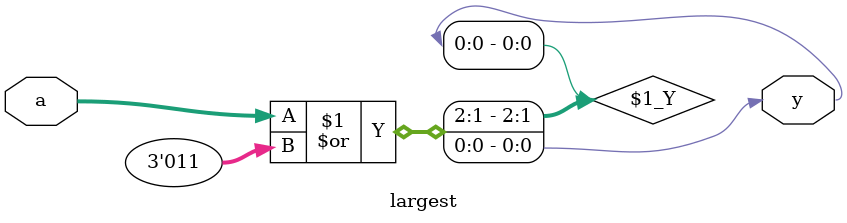
<source format=v>
`timescale 1ns / 1ps


module largest(
    input [2:0]a,
    output y
    );
    or(y,a,3'b011);
endmodule

</source>
